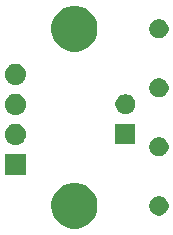
<source format=gbr>
G04 #@! TF.GenerationSoftware,KiCad,Pcbnew,(5.0.2)-1*
G04 #@! TF.CreationDate,2019-06-08T19:55:36+01:00*
G04 #@! TF.ProjectId,ultrasound_adapter,756c7472-6173-46f7-956e-645f61646170,rev?*
G04 #@! TF.SameCoordinates,Original*
G04 #@! TF.FileFunction,Soldermask,Top*
G04 #@! TF.FilePolarity,Negative*
%FSLAX46Y46*%
G04 Gerber Fmt 4.6, Leading zero omitted, Abs format (unit mm)*
G04 Created by KiCad (PCBNEW (5.0.2)-1) date 08/06/2019 19:55:36*
%MOMM*%
%LPD*%
G01*
G04 APERTURE LIST*
%ADD10C,0.100000*%
G04 APERTURE END LIST*
D10*
G36*
X130617083Y-59083975D02*
X130617085Y-59083976D01*
X130617086Y-59083976D01*
X130972145Y-59231046D01*
X130972146Y-59231047D01*
X131291693Y-59444561D01*
X131563439Y-59716307D01*
X131563441Y-59716310D01*
X131776954Y-60035855D01*
X131867532Y-60254530D01*
X131924025Y-60390917D01*
X131999000Y-60767842D01*
X131999000Y-61152158D01*
X131957638Y-61360100D01*
X131924024Y-61529086D01*
X131776954Y-61884145D01*
X131776953Y-61884146D01*
X131563439Y-62203693D01*
X131291693Y-62475439D01*
X131291690Y-62475441D01*
X130972145Y-62688954D01*
X130617086Y-62836024D01*
X130617085Y-62836024D01*
X130617083Y-62836025D01*
X130240158Y-62911000D01*
X129855842Y-62911000D01*
X129478917Y-62836025D01*
X129478915Y-62836024D01*
X129478914Y-62836024D01*
X129123855Y-62688954D01*
X128804310Y-62475441D01*
X128804307Y-62475439D01*
X128532561Y-62203693D01*
X128319047Y-61884146D01*
X128319046Y-61884145D01*
X128171976Y-61529086D01*
X128138363Y-61360100D01*
X128097000Y-61152158D01*
X128097000Y-60767842D01*
X128171975Y-60390917D01*
X128228468Y-60254530D01*
X128319046Y-60035855D01*
X128532559Y-59716310D01*
X128532561Y-59716307D01*
X128804307Y-59444561D01*
X129123854Y-59231047D01*
X129123855Y-59231046D01*
X129478914Y-59083976D01*
X129478915Y-59083976D01*
X129478917Y-59083975D01*
X129855842Y-59009000D01*
X130240158Y-59009000D01*
X130617083Y-59083975D01*
X130617083Y-59083975D01*
G37*
G36*
X137437142Y-60193242D02*
X137585102Y-60254530D01*
X137718258Y-60343502D01*
X137831498Y-60456742D01*
X137920470Y-60589898D01*
X137981758Y-60737858D01*
X138013000Y-60894925D01*
X138013000Y-61055075D01*
X137981758Y-61212142D01*
X137920470Y-61360102D01*
X137831498Y-61493258D01*
X137718258Y-61606498D01*
X137585102Y-61695470D01*
X137437142Y-61756758D01*
X137280075Y-61788000D01*
X137119925Y-61788000D01*
X136962858Y-61756758D01*
X136814898Y-61695470D01*
X136681742Y-61606498D01*
X136568502Y-61493258D01*
X136479530Y-61360102D01*
X136418242Y-61212142D01*
X136387000Y-61055075D01*
X136387000Y-60894925D01*
X136418242Y-60737858D01*
X136479530Y-60589898D01*
X136568502Y-60456742D01*
X136681742Y-60343502D01*
X136814898Y-60254530D01*
X136962858Y-60193242D01*
X137119925Y-60162000D01*
X137280075Y-60162000D01*
X137437142Y-60193242D01*
X137437142Y-60193242D01*
G37*
G36*
X125951000Y-58346000D02*
X124149000Y-58346000D01*
X124149000Y-56544000D01*
X125951000Y-56544000D01*
X125951000Y-58346000D01*
X125951000Y-58346000D01*
G37*
G36*
X137437142Y-55193242D02*
X137551583Y-55240646D01*
X137577708Y-55251467D01*
X137585102Y-55254530D01*
X137718258Y-55343502D01*
X137831498Y-55456742D01*
X137920470Y-55589898D01*
X137981758Y-55737858D01*
X138013000Y-55894925D01*
X138013000Y-56055075D01*
X137981758Y-56212142D01*
X137920470Y-56360102D01*
X137831498Y-56493258D01*
X137718258Y-56606498D01*
X137585102Y-56695470D01*
X137437142Y-56756758D01*
X137280075Y-56788000D01*
X137119925Y-56788000D01*
X136962858Y-56756758D01*
X136814898Y-56695470D01*
X136681742Y-56606498D01*
X136568502Y-56493258D01*
X136479530Y-56360102D01*
X136418242Y-56212142D01*
X136387000Y-56055075D01*
X136387000Y-55894925D01*
X136418242Y-55737858D01*
X136479530Y-55589898D01*
X136568502Y-55456742D01*
X136681742Y-55343502D01*
X136814898Y-55254530D01*
X136822293Y-55251467D01*
X136848417Y-55240646D01*
X136962858Y-55193242D01*
X137119925Y-55162000D01*
X137280075Y-55162000D01*
X137437142Y-55193242D01*
X137437142Y-55193242D01*
G37*
G36*
X125160443Y-54010519D02*
X125226627Y-54017037D01*
X125339853Y-54051384D01*
X125396467Y-54068557D01*
X125535087Y-54142652D01*
X125552991Y-54152222D01*
X125588729Y-54181552D01*
X125690186Y-54264814D01*
X125773448Y-54366271D01*
X125802778Y-54402009D01*
X125802779Y-54402011D01*
X125886443Y-54558533D01*
X125886443Y-54558534D01*
X125937963Y-54728373D01*
X125955359Y-54905000D01*
X125937963Y-55081627D01*
X125913582Y-55162000D01*
X125886443Y-55251467D01*
X125812348Y-55390087D01*
X125802778Y-55407991D01*
X125773448Y-55443729D01*
X125690186Y-55545186D01*
X125588729Y-55628448D01*
X125552991Y-55657778D01*
X125552989Y-55657779D01*
X125396467Y-55741443D01*
X125339853Y-55758616D01*
X125226627Y-55792963D01*
X125160442Y-55799482D01*
X125094260Y-55806000D01*
X125005740Y-55806000D01*
X124939558Y-55799482D01*
X124873373Y-55792963D01*
X124760147Y-55758616D01*
X124703533Y-55741443D01*
X124547011Y-55657779D01*
X124547009Y-55657778D01*
X124511271Y-55628448D01*
X124409814Y-55545186D01*
X124326552Y-55443729D01*
X124297222Y-55407991D01*
X124287652Y-55390087D01*
X124213557Y-55251467D01*
X124186418Y-55162000D01*
X124162037Y-55081627D01*
X124144641Y-54905000D01*
X124162037Y-54728373D01*
X124213557Y-54558534D01*
X124213557Y-54558533D01*
X124297221Y-54402011D01*
X124297222Y-54402009D01*
X124326552Y-54366271D01*
X124409814Y-54264814D01*
X124511271Y-54181552D01*
X124547009Y-54152222D01*
X124564913Y-54142652D01*
X124703533Y-54068557D01*
X124760147Y-54051384D01*
X124873373Y-54017037D01*
X124939557Y-54010519D01*
X125005740Y-54004000D01*
X125094260Y-54004000D01*
X125160443Y-54010519D01*
X125160443Y-54010519D01*
G37*
G36*
X135217000Y-55715000D02*
X133515000Y-55715000D01*
X133515000Y-54013000D01*
X135217000Y-54013000D01*
X135217000Y-55715000D01*
X135217000Y-55715000D01*
G37*
G36*
X125160443Y-51470519D02*
X125226627Y-51477037D01*
X125339853Y-51511384D01*
X125396467Y-51528557D01*
X125428544Y-51545703D01*
X125552991Y-51612222D01*
X125588729Y-51641552D01*
X125690186Y-51724814D01*
X125773448Y-51826271D01*
X125802778Y-51862009D01*
X125802779Y-51862011D01*
X125886443Y-52018533D01*
X125886443Y-52018534D01*
X125937963Y-52188373D01*
X125955359Y-52365000D01*
X125937963Y-52541627D01*
X125916546Y-52612228D01*
X125886443Y-52711467D01*
X125856706Y-52767100D01*
X125802778Y-52867991D01*
X125773448Y-52903729D01*
X125690186Y-53005186D01*
X125588729Y-53088448D01*
X125552991Y-53117778D01*
X125552301Y-53118147D01*
X125396467Y-53201443D01*
X125339853Y-53218616D01*
X125226627Y-53252963D01*
X125160443Y-53259481D01*
X125094260Y-53266000D01*
X125005740Y-53266000D01*
X124939557Y-53259481D01*
X124873373Y-53252963D01*
X124760147Y-53218616D01*
X124703533Y-53201443D01*
X124547699Y-53118147D01*
X124547009Y-53117778D01*
X124511271Y-53088448D01*
X124409814Y-53005186D01*
X124326552Y-52903729D01*
X124297222Y-52867991D01*
X124243294Y-52767100D01*
X124213557Y-52711467D01*
X124183454Y-52612228D01*
X124162037Y-52541627D01*
X124144641Y-52365000D01*
X124162037Y-52188373D01*
X124213557Y-52018534D01*
X124213557Y-52018533D01*
X124297221Y-51862011D01*
X124297222Y-51862009D01*
X124326552Y-51826271D01*
X124409814Y-51724814D01*
X124511271Y-51641552D01*
X124547009Y-51612222D01*
X124671456Y-51545703D01*
X124703533Y-51528557D01*
X124760147Y-51511384D01*
X124873373Y-51477037D01*
X124939558Y-51470518D01*
X125005740Y-51464000D01*
X125094260Y-51464000D01*
X125160443Y-51470519D01*
X125160443Y-51470519D01*
G37*
G36*
X134614228Y-51545703D02*
X134769100Y-51609853D01*
X134908481Y-51702985D01*
X135027015Y-51821519D01*
X135120147Y-51960900D01*
X135184297Y-52115772D01*
X135217000Y-52280184D01*
X135217000Y-52447816D01*
X135184297Y-52612228D01*
X135120147Y-52767100D01*
X135027015Y-52906481D01*
X134908481Y-53025015D01*
X134769100Y-53118147D01*
X134614228Y-53182297D01*
X134449816Y-53215000D01*
X134282184Y-53215000D01*
X134117772Y-53182297D01*
X133962900Y-53118147D01*
X133823519Y-53025015D01*
X133704985Y-52906481D01*
X133611853Y-52767100D01*
X133547703Y-52612228D01*
X133515000Y-52447816D01*
X133515000Y-52280184D01*
X133547703Y-52115772D01*
X133611853Y-51960900D01*
X133704985Y-51821519D01*
X133823519Y-51702985D01*
X133962900Y-51609853D01*
X134117772Y-51545703D01*
X134282184Y-51513000D01*
X134449816Y-51513000D01*
X134614228Y-51545703D01*
X134614228Y-51545703D01*
G37*
G36*
X137437142Y-50193242D02*
X137585102Y-50254530D01*
X137652130Y-50299317D01*
X137718257Y-50343501D01*
X137831499Y-50456743D01*
X137837140Y-50465186D01*
X137920470Y-50589898D01*
X137981758Y-50737858D01*
X138013000Y-50894925D01*
X138013000Y-51055075D01*
X137981758Y-51212142D01*
X137934354Y-51326583D01*
X137920471Y-51360100D01*
X137831499Y-51493257D01*
X137718257Y-51606499D01*
X137652130Y-51650683D01*
X137585102Y-51695470D01*
X137585101Y-51695471D01*
X137585100Y-51695471D01*
X137566957Y-51702986D01*
X137437142Y-51756758D01*
X137280075Y-51788000D01*
X137119925Y-51788000D01*
X136962858Y-51756758D01*
X136833043Y-51702986D01*
X136814900Y-51695471D01*
X136814899Y-51695471D01*
X136814898Y-51695470D01*
X136747870Y-51650683D01*
X136681743Y-51606499D01*
X136568501Y-51493257D01*
X136479529Y-51360100D01*
X136465646Y-51326583D01*
X136418242Y-51212142D01*
X136387000Y-51055075D01*
X136387000Y-50894925D01*
X136418242Y-50737858D01*
X136479530Y-50589898D01*
X136562860Y-50465186D01*
X136568501Y-50456743D01*
X136681743Y-50343501D01*
X136747870Y-50299317D01*
X136814898Y-50254530D01*
X136962858Y-50193242D01*
X137119925Y-50162000D01*
X137280075Y-50162000D01*
X137437142Y-50193242D01*
X137437142Y-50193242D01*
G37*
G36*
X125160443Y-48930519D02*
X125226627Y-48937037D01*
X125339853Y-48971384D01*
X125396467Y-48988557D01*
X125535087Y-49062652D01*
X125552991Y-49072222D01*
X125588729Y-49101552D01*
X125690186Y-49184814D01*
X125773448Y-49286271D01*
X125802778Y-49322009D01*
X125802779Y-49322011D01*
X125886443Y-49478533D01*
X125886443Y-49478534D01*
X125937963Y-49648373D01*
X125955359Y-49825000D01*
X125937963Y-50001627D01*
X125903616Y-50114853D01*
X125886443Y-50171467D01*
X125874803Y-50193243D01*
X125802778Y-50327991D01*
X125790049Y-50343501D01*
X125690186Y-50465186D01*
X125588729Y-50548448D01*
X125552991Y-50577778D01*
X125552989Y-50577779D01*
X125396467Y-50661443D01*
X125339853Y-50678616D01*
X125226627Y-50712963D01*
X125160442Y-50719482D01*
X125094260Y-50726000D01*
X125005740Y-50726000D01*
X124939558Y-50719482D01*
X124873373Y-50712963D01*
X124760147Y-50678616D01*
X124703533Y-50661443D01*
X124547011Y-50577779D01*
X124547009Y-50577778D01*
X124511271Y-50548448D01*
X124409814Y-50465186D01*
X124309951Y-50343501D01*
X124297222Y-50327991D01*
X124225197Y-50193243D01*
X124213557Y-50171467D01*
X124196384Y-50114853D01*
X124162037Y-50001627D01*
X124144641Y-49825000D01*
X124162037Y-49648373D01*
X124213557Y-49478534D01*
X124213557Y-49478533D01*
X124297221Y-49322011D01*
X124297222Y-49322009D01*
X124326552Y-49286271D01*
X124409814Y-49184814D01*
X124511271Y-49101552D01*
X124547009Y-49072222D01*
X124564913Y-49062652D01*
X124703533Y-48988557D01*
X124760147Y-48971384D01*
X124873373Y-48937037D01*
X124939558Y-48930518D01*
X125005740Y-48924000D01*
X125094260Y-48924000D01*
X125160443Y-48930519D01*
X125160443Y-48930519D01*
G37*
G36*
X130617083Y-44097975D02*
X130617085Y-44097976D01*
X130617086Y-44097976D01*
X130972145Y-44245046D01*
X130972146Y-44245047D01*
X131291693Y-44458561D01*
X131563439Y-44730307D01*
X131563441Y-44730310D01*
X131776954Y-45049855D01*
X131861733Y-45254530D01*
X131924025Y-45404917D01*
X131999000Y-45781842D01*
X131999000Y-46166158D01*
X131933936Y-46493258D01*
X131924024Y-46543086D01*
X131776954Y-46898145D01*
X131776953Y-46898146D01*
X131563439Y-47217693D01*
X131291693Y-47489439D01*
X131291690Y-47489441D01*
X130972145Y-47702954D01*
X130617086Y-47850024D01*
X130617085Y-47850024D01*
X130617083Y-47850025D01*
X130240158Y-47925000D01*
X129855842Y-47925000D01*
X129478917Y-47850025D01*
X129478915Y-47850024D01*
X129478914Y-47850024D01*
X129123855Y-47702954D01*
X128804310Y-47489441D01*
X128804307Y-47489439D01*
X128532561Y-47217693D01*
X128319047Y-46898146D01*
X128319046Y-46898145D01*
X128171976Y-46543086D01*
X128162065Y-46493258D01*
X128097000Y-46166158D01*
X128097000Y-45781842D01*
X128171975Y-45404917D01*
X128234267Y-45254530D01*
X128319046Y-45049855D01*
X128532559Y-44730310D01*
X128532561Y-44730307D01*
X128804307Y-44458561D01*
X129123854Y-44245047D01*
X129123855Y-44245046D01*
X129478914Y-44097976D01*
X129478915Y-44097976D01*
X129478917Y-44097975D01*
X129855842Y-44023000D01*
X130240158Y-44023000D01*
X130617083Y-44097975D01*
X130617083Y-44097975D01*
G37*
G36*
X137437142Y-45193242D02*
X137585102Y-45254530D01*
X137718258Y-45343502D01*
X137831498Y-45456742D01*
X137920470Y-45589898D01*
X137981758Y-45737858D01*
X138013000Y-45894925D01*
X138013000Y-46055075D01*
X137981758Y-46212142D01*
X137920470Y-46360102D01*
X137831498Y-46493258D01*
X137718258Y-46606498D01*
X137585102Y-46695470D01*
X137437142Y-46756758D01*
X137280075Y-46788000D01*
X137119925Y-46788000D01*
X136962858Y-46756758D01*
X136814898Y-46695470D01*
X136681742Y-46606498D01*
X136568502Y-46493258D01*
X136479530Y-46360102D01*
X136418242Y-46212142D01*
X136387000Y-46055075D01*
X136387000Y-45894925D01*
X136418242Y-45737858D01*
X136479530Y-45589898D01*
X136568502Y-45456742D01*
X136681742Y-45343502D01*
X136814898Y-45254530D01*
X136962858Y-45193242D01*
X137119925Y-45162000D01*
X137280075Y-45162000D01*
X137437142Y-45193242D01*
X137437142Y-45193242D01*
G37*
M02*

</source>
